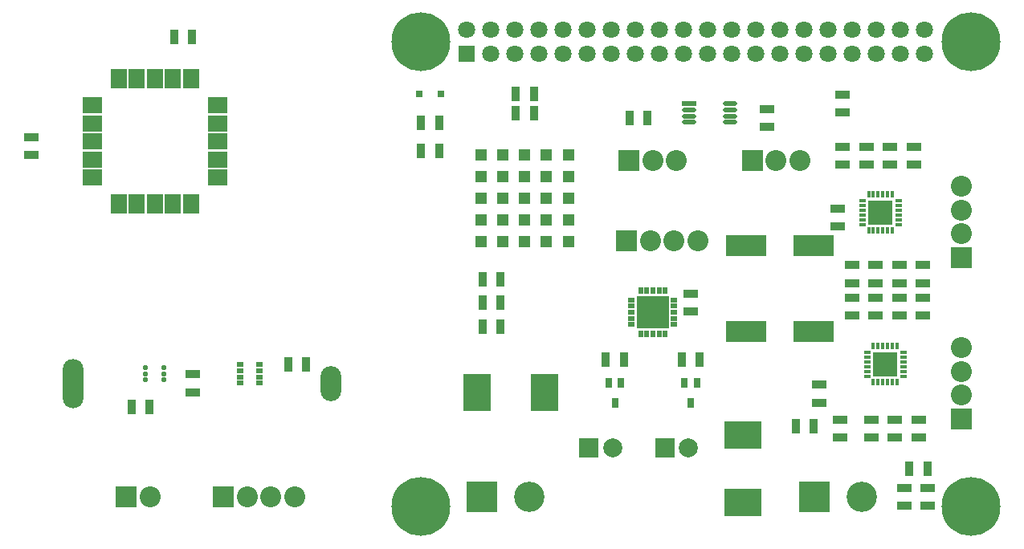
<source format=gts>
G04*
G04 #@! TF.GenerationSoftware,Altium Limited,CircuitStudio,1.5.2 (1.5.2.30)*
G04*
G04 Layer_Color=20142*
%FSLAX25Y25*%
%MOIN*%
G70*
G01*
G75*
%ADD56R,0.03556X0.05918*%
%ADD57R,0.05918X0.03556*%
%ADD58R,0.02520X0.01929*%
%ADD59R,0.16548X0.08674*%
%ADD60R,0.15800X0.11800*%
%ADD61R,0.11800X0.15800*%
%ADD62R,0.13740X0.13740*%
%ADD63R,0.02717X0.02126*%
%ADD64R,0.02126X0.02717*%
G04:AMPARAMS|DCode=65|XSize=29.13mil|YSize=15.35mil|CornerRadius=5.22mil|HoleSize=0mil|Usage=FLASHONLY|Rotation=180.000|XOffset=0mil|YOffset=0mil|HoleType=Round|Shape=RoundedRectangle|*
%AMROUNDEDRECTD65*
21,1,0.02913,0.00492,0,0,180.0*
21,1,0.01870,0.01535,0,0,180.0*
1,1,0.01043,-0.00935,0.00246*
1,1,0.01043,0.00935,0.00246*
1,1,0.01043,0.00935,-0.00246*
1,1,0.01043,-0.00935,-0.00246*
%
%ADD65ROUNDEDRECTD65*%
%ADD66R,0.02913X0.01535*%
G04:AMPARAMS|DCode=67|XSize=29.13mil|YSize=15.35mil|CornerRadius=5.22mil|HoleSize=0mil|Usage=FLASHONLY|Rotation=270.000|XOffset=0mil|YOffset=0mil|HoleType=Round|Shape=RoundedRectangle|*
%AMROUNDEDRECTD67*
21,1,0.02913,0.00492,0,0,270.0*
21,1,0.01870,0.01535,0,0,270.0*
1,1,0.01043,-0.00246,-0.00935*
1,1,0.01043,-0.00246,0.00935*
1,1,0.01043,0.00246,0.00935*
1,1,0.01043,0.00246,-0.00935*
%
%ADD67ROUNDEDRECTD67*%
G04:AMPARAMS|DCode=68|XSize=101.97mil|YSize=101.97mil|CornerRadius=5.17mil|HoleSize=0mil|Usage=FLASHONLY|Rotation=0.000|XOffset=0mil|YOffset=0mil|HoleType=Round|Shape=RoundedRectangle|*
%AMROUNDEDRECTD68*
21,1,0.10197,0.09163,0,0,0.0*
21,1,0.09163,0.10197,0,0,0.0*
1,1,0.01034,0.04582,-0.04582*
1,1,0.01034,-0.04582,-0.04582*
1,1,0.01034,-0.04582,0.04582*
1,1,0.01034,0.04582,0.04582*
%
%ADD68ROUNDEDRECTD68*%
G04:AMPARAMS|DCode=69|XSize=58.66mil|YSize=21.26mil|CornerRadius=6.69mil|HoleSize=0mil|Usage=FLASHONLY|Rotation=0.000|XOffset=0mil|YOffset=0mil|HoleType=Round|Shape=RoundedRectangle|*
%AMROUNDEDRECTD69*
21,1,0.05866,0.00787,0,0,0.0*
21,1,0.04528,0.02126,0,0,0.0*
1,1,0.01339,0.02264,-0.00394*
1,1,0.01339,-0.02264,-0.00394*
1,1,0.01339,-0.02264,0.00394*
1,1,0.01339,0.02264,0.00394*
%
%ADD69ROUNDEDRECTD69*%
%ADD70R,0.05866X0.02126*%
%ADD71R,0.02729X0.02572*%
%ADD72R,0.07874X0.06693*%
%ADD73R,0.06693X0.07874*%
%ADD74R,0.02769X0.03950*%
G04:AMPARAMS|DCode=75|XSize=23.23mil|YSize=17.32mil|CornerRadius=3.94mil|HoleSize=0mil|Usage=FLASHONLY|Rotation=0.000|XOffset=0mil|YOffset=0mil|HoleType=Round|Shape=RoundedRectangle|*
%AMROUNDEDRECTD75*
21,1,0.02323,0.00945,0,0,0.0*
21,1,0.01535,0.01732,0,0,0.0*
1,1,0.00787,0.00768,-0.00472*
1,1,0.00787,-0.00768,-0.00472*
1,1,0.00787,-0.00768,0.00472*
1,1,0.00787,0.00768,0.00472*
%
%ADD75ROUNDEDRECTD75*%
%ADD76R,0.04724X0.04724*%
%ADD77C,0.08674*%
%ADD78R,0.08674X0.08674*%
%ADD79R,0.07887X0.07887*%
%ADD80C,0.07887*%
%ADD81R,0.12611X0.12611*%
%ADD82C,0.12611*%
%ADD83R,0.08674X0.08674*%
%ADD84C,0.24422*%
%ADD85R,0.07099X0.07099*%
%ADD86C,0.07099*%
%ADD87C,0.03162*%
%ADD88O,0.08674X0.14579*%
%ADD89O,0.08674X0.20485*%
D56*
X1893118Y1034004D02*
D03*
X1885638D02*
D03*
X1845874Y1035972D02*
D03*
X1838394D02*
D03*
X1845874Y1043847D02*
D03*
X1838394D02*
D03*
X2001780Y888335D02*
D03*
X2009260D02*
D03*
X1799024Y1032035D02*
D03*
X1806504D02*
D03*
X1799024Y1020224D02*
D03*
X1806504D02*
D03*
X1704142Y1067468D02*
D03*
X1696661D02*
D03*
X1832095Y967075D02*
D03*
X1824614D02*
D03*
Y947390D02*
D03*
X1832095D02*
D03*
X1824614Y957232D02*
D03*
X1832095D02*
D03*
X1751386Y931642D02*
D03*
X1743905D02*
D03*
X1678945Y913925D02*
D03*
X1686425D02*
D03*
X1962016Y906051D02*
D03*
X1954535D02*
D03*
X1907291Y933610D02*
D03*
X1914772D02*
D03*
X1875795D02*
D03*
X1883276D02*
D03*
D57*
X1704339Y920028D02*
D03*
Y927508D02*
D03*
X1983866Y1014516D02*
D03*
Y1021996D02*
D03*
X1993709D02*
D03*
Y1014516D02*
D03*
X2003551Y1021996D02*
D03*
Y1014516D02*
D03*
X1974024Y1021996D02*
D03*
Y1014516D02*
D03*
X1964181Y915697D02*
D03*
Y923177D02*
D03*
X1985835Y901130D02*
D03*
Y908610D02*
D03*
X1977961Y951917D02*
D03*
Y959398D02*
D03*
X1997646D02*
D03*
Y951917D02*
D03*
X2007488Y959398D02*
D03*
Y951917D02*
D03*
X1987803Y959398D02*
D03*
Y951917D02*
D03*
X1972842Y901130D02*
D03*
Y908610D02*
D03*
X1995677Y901130D02*
D03*
Y908610D02*
D03*
X2005520Y901130D02*
D03*
Y908610D02*
D03*
X2009457Y880264D02*
D03*
Y872783D02*
D03*
X1999614D02*
D03*
Y880264D02*
D03*
X1942528Y1037744D02*
D03*
Y1030264D02*
D03*
X1637409Y1018453D02*
D03*
Y1025933D02*
D03*
X1987803Y965303D02*
D03*
Y972783D02*
D03*
X1977961Y965303D02*
D03*
Y972783D02*
D03*
X1972055Y988925D02*
D03*
Y996406D02*
D03*
X2007488Y965303D02*
D03*
Y972783D02*
D03*
X1997646Y965303D02*
D03*
Y972783D02*
D03*
X1911032Y960972D02*
D03*
Y953492D02*
D03*
X1974024Y1043650D02*
D03*
Y1036169D02*
D03*
D58*
X1731996Y931543D02*
D03*
Y928984D02*
D03*
Y926425D02*
D03*
Y923866D02*
D03*
X1723925D02*
D03*
Y926425D02*
D03*
Y928984D02*
D03*
Y931543D02*
D03*
D59*
X1934063Y980854D02*
D03*
X1962016D02*
D03*
X1934063Y945421D02*
D03*
X1962016D02*
D03*
D60*
X1932685Y874285D02*
D03*
Y902384D02*
D03*
D61*
X1822179Y919830D02*
D03*
X1850278D02*
D03*
D62*
X1895284Y953295D02*
D03*
D63*
X1886425D02*
D03*
Y955854D02*
D03*
Y958413D02*
D03*
Y950736D02*
D03*
Y948177D02*
D03*
X1904142Y953295D02*
D03*
Y950736D02*
D03*
Y948177D02*
D03*
Y955854D02*
D03*
Y958413D02*
D03*
D64*
X1895284Y962154D02*
D03*
X1897842D02*
D03*
X1900402D02*
D03*
X1892724D02*
D03*
X1890165D02*
D03*
X1900402Y944437D02*
D03*
X1897842D02*
D03*
X1890165D02*
D03*
X1892724D02*
D03*
X1895284D02*
D03*
D65*
X1997252Y993650D02*
D03*
Y991681D02*
D03*
Y995618D02*
D03*
Y997587D02*
D03*
Y999555D02*
D03*
X1982291Y995618D02*
D03*
Y997587D02*
D03*
Y999555D02*
D03*
Y993650D02*
D03*
Y991681D02*
D03*
Y989713D02*
D03*
X1999220Y930657D02*
D03*
Y928689D02*
D03*
Y932626D02*
D03*
Y934595D02*
D03*
Y936563D02*
D03*
X1984260Y932626D02*
D03*
Y934595D02*
D03*
Y936563D02*
D03*
Y930657D02*
D03*
Y928689D02*
D03*
Y926721D02*
D03*
D66*
X1997252Y989713D02*
D03*
X1999220Y926721D02*
D03*
D67*
X1984850Y1002114D02*
D03*
X1986819D02*
D03*
X1988787D02*
D03*
X1994693D02*
D03*
X1992724D02*
D03*
X1990756D02*
D03*
X1988787Y987154D02*
D03*
X1986819D02*
D03*
X1984850D02*
D03*
X1990756D02*
D03*
X1992724D02*
D03*
X1994693D02*
D03*
X1986819Y939122D02*
D03*
X1988787D02*
D03*
X1990756D02*
D03*
X1996661D02*
D03*
X1994693D02*
D03*
X1992724D02*
D03*
X1990756Y924161D02*
D03*
X1988787D02*
D03*
X1986819D02*
D03*
X1992724D02*
D03*
X1994693D02*
D03*
X1996661D02*
D03*
D68*
X1989772Y994634D02*
D03*
X1991740Y931642D02*
D03*
D69*
X1927370Y1032134D02*
D03*
Y1034693D02*
D03*
Y1037252D02*
D03*
Y1039811D02*
D03*
X1910441Y1032134D02*
D03*
Y1034693D02*
D03*
Y1037252D02*
D03*
D70*
Y1039811D02*
D03*
D71*
X1798276Y1043847D02*
D03*
X1807252D02*
D03*
D72*
X1662606Y1024161D02*
D03*
Y1031642D02*
D03*
Y1039122D02*
D03*
Y1016681D02*
D03*
Y1009201D02*
D03*
X1714575Y1039122D02*
D03*
Y1031642D02*
D03*
Y1009201D02*
D03*
Y1016681D02*
D03*
Y1024161D02*
D03*
D73*
X1703551Y998177D02*
D03*
X1696071D02*
D03*
X1673630D02*
D03*
X1681110D02*
D03*
X1688591D02*
D03*
X1673630Y1050146D02*
D03*
X1681110D02*
D03*
X1703551D02*
D03*
X1696071D02*
D03*
X1688591D02*
D03*
D74*
X1911032Y915697D02*
D03*
X1908472Y923965D02*
D03*
X1913591D02*
D03*
X1879535Y915697D02*
D03*
X1876976Y923965D02*
D03*
X1882095D02*
D03*
D75*
X1684752Y927705D02*
D03*
Y930264D02*
D03*
Y925146D02*
D03*
X1692429D02*
D03*
Y927705D02*
D03*
Y930264D02*
D03*
D76*
X1842134Y1018571D02*
D03*
Y1009555D02*
D03*
Y1000539D02*
D03*
Y991524D02*
D03*
Y982508D02*
D03*
X1833118D02*
D03*
Y991524D02*
D03*
Y1000539D02*
D03*
Y1009555D02*
D03*
Y1018571D02*
D03*
X1824102Y982508D02*
D03*
Y991524D02*
D03*
Y1000539D02*
D03*
Y1009555D02*
D03*
Y1018571D02*
D03*
X1851150Y982508D02*
D03*
Y991524D02*
D03*
Y1000539D02*
D03*
Y1009555D02*
D03*
Y1018571D02*
D03*
X1860165Y982508D02*
D03*
Y991524D02*
D03*
Y1000539D02*
D03*
Y1009555D02*
D03*
Y1018571D02*
D03*
D77*
X2023236Y1005461D02*
D03*
Y995618D02*
D03*
Y985776D02*
D03*
Y938531D02*
D03*
Y928689D02*
D03*
Y918847D02*
D03*
X1905126Y1016287D02*
D03*
X1895284D02*
D03*
X1946465D02*
D03*
X1956307D02*
D03*
X1686622Y876524D02*
D03*
X1746661D02*
D03*
X1736819D02*
D03*
X1726976D02*
D03*
X1913984Y982823D02*
D03*
X1904142D02*
D03*
X1894299D02*
D03*
D78*
X2023236Y975933D02*
D03*
Y909004D02*
D03*
D79*
X1868709Y896996D02*
D03*
X1900205D02*
D03*
D80*
X1878551D02*
D03*
X1910047D02*
D03*
D81*
X1962213Y876524D02*
D03*
X1824417D02*
D03*
D82*
X1981898D02*
D03*
X1844102D02*
D03*
D83*
X1885441Y1016287D02*
D03*
X1936622D02*
D03*
X1676780Y876524D02*
D03*
X1717134D02*
D03*
X1884457Y982823D02*
D03*
D84*
X2027173Y872587D02*
D03*
X1798827D02*
D03*
X2027173Y1065500D02*
D03*
X1798827D02*
D03*
D85*
X1818000Y1060500D02*
D03*
D86*
Y1070500D02*
D03*
X1828000Y1060500D02*
D03*
Y1070500D02*
D03*
X1838000D02*
D03*
Y1060500D02*
D03*
X1848000Y1070500D02*
D03*
Y1060500D02*
D03*
X1878000D02*
D03*
Y1070500D02*
D03*
X1868000Y1060500D02*
D03*
Y1070500D02*
D03*
X1858000D02*
D03*
Y1060500D02*
D03*
X1918000D02*
D03*
Y1070500D02*
D03*
X1928000D02*
D03*
Y1060500D02*
D03*
X1938000Y1070500D02*
D03*
Y1060500D02*
D03*
X1908000D02*
D03*
Y1070500D02*
D03*
X1898000Y1060500D02*
D03*
Y1070500D02*
D03*
X1888000D02*
D03*
Y1060500D02*
D03*
X1948000D02*
D03*
Y1070500D02*
D03*
X1958000D02*
D03*
Y1060500D02*
D03*
X1968000Y1070500D02*
D03*
Y1060500D02*
D03*
X1998000D02*
D03*
Y1070500D02*
D03*
X1988000Y1060500D02*
D03*
Y1070500D02*
D03*
X1978000D02*
D03*
Y1060500D02*
D03*
X2008000Y1070500D02*
D03*
Y1060500D02*
D03*
D87*
X1899220Y957232D02*
D03*
Y949358D02*
D03*
Y953295D02*
D03*
X1895284Y957232D02*
D03*
X1891346D02*
D03*
Y953295D02*
D03*
Y949358D02*
D03*
X1895284D02*
D03*
Y953295D02*
D03*
X1860165Y1009555D02*
D03*
Y1000539D02*
D03*
X1851150Y1018571D02*
D03*
Y1009555D02*
D03*
Y1000539D02*
D03*
Y991524D02*
D03*
X1842134Y1009555D02*
D03*
Y1000539D02*
D03*
Y991524D02*
D03*
X1833118Y1009555D02*
D03*
Y1000539D02*
D03*
Y991524D02*
D03*
Y982508D02*
D03*
X1824102Y1009555D02*
D03*
Y1000539D02*
D03*
D88*
X1761819Y923768D02*
D03*
D89*
X1654732D02*
D03*
M02*

</source>
